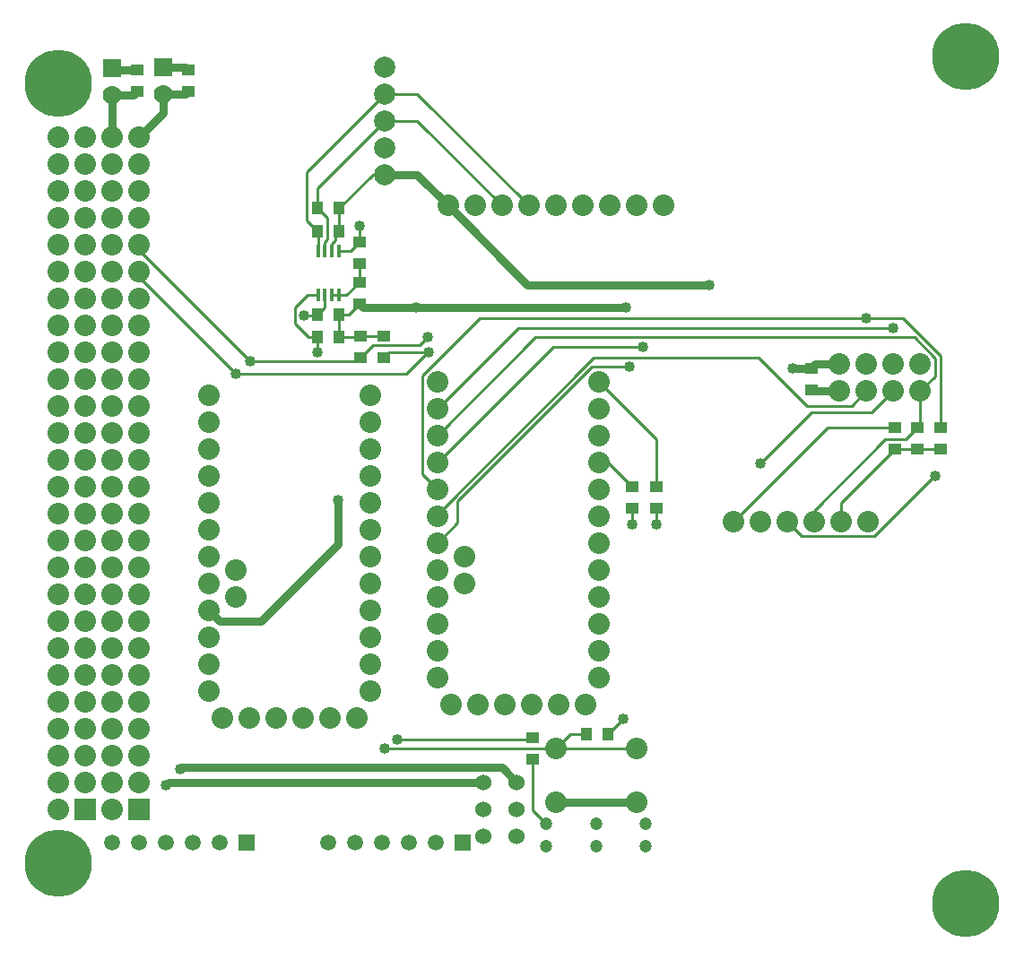
<source format=gtl>
G04 Layer_Physical_Order=1*
G04 Layer_Color=255*
%FSLAX25Y25*%
%MOIN*%
G70*
G01*
G75*
%ADD10R,0.05000X0.04000*%
%ADD11R,0.04000X0.05000*%
%ADD12O,0.01575X0.05118*%
%ADD13C,0.01000*%
%ADD14C,0.03000*%
%ADD15C,0.08000*%
%ADD16C,0.07874*%
%ADD17C,0.05906*%
%ADD18R,0.05906X0.05906*%
%ADD19C,0.07000*%
%ADD20R,0.07000X0.07000*%
%ADD21C,0.06000*%
%ADD22C,0.04724*%
%ADD23R,0.08000X0.08000*%
%ADD24C,0.25000*%
%ADD25C,0.04000*%
D10*
X-181000Y81500D02*
D03*
Y73500D02*
D03*
X-144000Y175000D02*
D03*
Y167000D02*
D03*
X-135000Y175000D02*
D03*
Y167000D02*
D03*
X-309000Y322000D02*
D03*
Y330000D02*
D03*
X-328000Y322000D02*
D03*
Y330000D02*
D03*
X-245500Y258000D02*
D03*
Y266000D02*
D03*
Y251000D02*
D03*
Y243000D02*
D03*
X-29500Y197000D02*
D03*
Y189000D02*
D03*
X-38000Y197000D02*
D03*
Y189000D02*
D03*
X-46500Y197000D02*
D03*
Y189000D02*
D03*
X-77500Y211000D02*
D03*
Y219000D02*
D03*
X-236500Y231000D02*
D03*
Y223000D02*
D03*
X-245000Y231000D02*
D03*
Y223000D02*
D03*
D11*
X-161000Y83000D02*
D03*
X-153000D02*
D03*
X-261000Y270000D02*
D03*
X-253000D02*
D03*
X-261000Y278500D02*
D03*
X-253000D02*
D03*
Y239000D02*
D03*
X-261000D02*
D03*
X-253000Y230500D02*
D03*
X-261000D02*
D03*
D12*
X-260839Y246232D02*
D03*
Y262768D02*
D03*
X-258279D02*
D03*
X-253161Y246232D02*
D03*
X-258279D02*
D03*
X-255720D02*
D03*
Y262768D02*
D03*
X-253161D02*
D03*
D13*
X-255720Y246232D02*
X-253161D01*
X-261500Y238500D02*
X-261000Y239000D01*
X-266000Y238500D02*
X-261500D01*
X-223000Y227500D02*
X-220000Y230500D01*
X-240500Y227500D02*
X-223000D01*
X-220000Y225000D02*
X-219722D01*
X-234500D02*
X-220000D01*
X-236500Y223000D02*
X-234500Y225000D01*
X-245000Y223000D02*
X-240500Y227500D01*
X-246500Y221500D02*
X-245000Y223000D01*
X-286000Y221500D02*
X-246500D01*
X-245000Y231000D02*
X-240500D01*
X-253000Y230500D02*
X-246000D01*
X-291500Y217000D02*
X-228000D01*
X-240500Y231000D02*
X-236500D01*
X-327500Y42500D02*
X-326500D01*
X-236000Y321000D02*
X-224000D01*
X-182500Y279500D01*
X-236000Y311000D02*
X-224000D01*
X-192500Y279500D01*
X-48000Y210500D02*
X-47000D01*
X-37000D02*
X-31500Y216000D01*
Y222778D01*
X-222000Y179500D02*
X-216500Y174000D01*
X-222000Y179500D02*
Y216278D01*
X-216500Y154000D02*
X-209000Y161500D01*
Y169500D01*
X-216500Y164000D02*
Y164828D01*
X-62500Y205000D02*
X-57000Y210500D01*
X-209000Y169500D02*
X-159000Y219500D01*
X-145000D01*
X-216500Y164828D02*
X-158328Y223000D01*
X-216500Y194000D02*
X-180000Y230500D01*
X-173500Y227000D02*
X-140000D01*
X-216500Y184000D02*
X-173500Y227000D01*
X-158328Y223000D02*
X-97000D01*
X-79000Y205000D01*
X-62500D01*
X-222000Y216278D02*
X-200778Y237500D01*
X-216500Y204000D02*
X-186500Y234000D01*
X-39222Y230500D02*
X-31500Y222778D01*
X-253000Y270000D02*
Y278500D01*
X-260839Y262768D02*
Y269839D01*
X-261000Y270000D02*
X-260839Y269839D01*
X-254500Y268500D02*
X-253000Y270000D01*
X-254500Y266500D02*
Y268500D01*
X-255720Y265280D02*
X-254500Y266500D01*
X-255720Y262768D02*
Y265280D01*
X-258279Y262768D02*
Y266099D01*
X-257500Y266879D01*
Y275000D01*
X-261000Y278500D02*
X-257500Y275000D01*
X-261000Y278500D02*
Y286000D01*
X-236000Y311000D01*
X-265000Y292000D02*
X-236000Y321000D01*
X-265000Y274000D02*
X-261000Y270000D01*
X-265000Y274000D02*
Y292000D01*
X-253000Y230500D02*
Y239000D01*
X-249500D01*
X-245500Y243000D01*
X-253161Y246232D02*
X-250268D01*
X-245500Y251000D01*
Y258000D01*
X-248732Y262768D02*
X-245500Y266000D01*
X-253161Y262768D02*
X-248732D01*
X-240500Y291000D02*
X-236000D01*
X-253000Y278500D02*
X-240500Y291000D01*
X-245500Y266000D02*
Y272000D01*
X-264768Y246232D02*
X-260839D01*
X-269500Y241500D02*
X-264768Y246232D01*
X-269500Y235500D02*
Y241500D01*
Y235500D02*
X-264500Y230500D01*
X-261000D01*
Y225000D02*
Y230500D01*
Y239000D02*
X-258279Y241721D01*
Y246232D01*
X-43393Y237500D02*
X-29500Y223607D01*
Y197000D02*
Y223607D01*
X-37000Y198000D02*
Y210500D01*
X-38000Y197000D02*
X-37000Y198000D01*
X-71500Y197000D02*
X-46500D01*
X-106500Y162000D02*
X-71500Y197000D01*
X-66500Y162000D02*
Y169000D01*
X-46500Y189000D01*
X-38000D01*
X-29500D01*
X-228000Y217000D02*
X-220000Y225000D01*
X-327500Y263000D02*
X-286000Y221500D01*
X-327500Y253000D02*
X-291500Y217000D01*
X-236000Y77500D02*
X-172500D01*
X-142500D01*
X-231500Y81000D02*
X-181000D01*
Y54500D02*
X-176000Y49500D01*
X-181000Y54500D02*
Y73500D01*
X-172500Y77500D02*
X-167000Y83000D01*
X-161000D01*
X-153000D02*
X-147500Y88500D01*
X-42500Y192500D02*
X-38000Y197000D01*
X-50000Y192500D02*
X-42500D01*
X-76500Y166000D02*
X-50000Y192500D01*
X-76500Y162000D02*
Y166000D01*
X-96500Y183500D02*
X-77500Y202500D01*
X-55000D01*
X-47000Y210500D01*
X-54222Y156500D02*
X-31500Y179222D01*
X-81000Y156500D02*
X-54222D01*
X-86500Y162000D02*
X-81000Y156500D01*
X-156500Y214000D02*
X-135000Y192500D01*
Y175000D02*
Y192500D01*
X-156500Y184000D02*
X-153000D01*
X-144000Y175000D01*
Y161000D02*
Y167000D01*
X-135000Y161000D02*
Y167000D01*
X-57000Y237500D02*
X-43393D01*
X-200778D02*
X-57000D01*
X-180000Y230500D02*
X-39222D01*
X-186500Y234000D02*
X-47000D01*
D14*
X-236000Y291000D02*
X-224000D01*
X-212500Y279500D01*
X-77000Y210500D02*
X-67000D01*
X-77500Y211000D02*
X-77000Y210500D01*
X-76000Y220500D02*
X-67000D01*
X-77500Y219000D02*
X-76000Y220500D01*
X-84500Y219000D02*
X-77500D01*
X-337500Y305000D02*
Y320500D01*
X-337500Y320500D02*
X-329500D01*
X-328000Y322000D01*
X-337000Y330000D02*
X-328000D01*
X-337500Y330500D02*
X-337000Y330000D01*
X-318500Y331000D02*
X-310000D01*
X-310000Y321000D02*
X-309000Y322000D01*
X-318500Y321000D02*
X-310000D01*
X-318500Y314000D02*
Y321000D01*
X-327500Y305000D02*
X-318500Y314000D01*
X-312000Y70000D02*
X-311500Y70500D01*
X-192500D01*
X-187000Y65000D01*
X-316500D02*
X-199500D01*
X-317500Y64000D02*
X-316500Y65000D01*
X-172500Y57500D02*
X-142500D01*
X-212500Y279500D02*
X-183000Y250000D01*
X-115500D01*
X-245500Y243000D02*
X-244000Y241500D01*
X-224500D01*
X-146500D01*
X-253500Y153500D02*
Y170000D01*
X-282000Y125000D02*
X-253500Y153500D01*
X-297500Y125000D02*
X-282000D01*
X-301500Y129000D02*
X-297500Y125000D01*
D15*
X-67000Y210500D02*
D03*
Y220500D02*
D03*
X-57000D02*
D03*
Y210500D02*
D03*
X-47000D02*
D03*
Y220500D02*
D03*
X-37000Y210500D02*
D03*
Y220500D02*
D03*
X-106500Y162000D02*
D03*
X-96500D02*
D03*
X-86500D02*
D03*
X-76500D02*
D03*
X-56500D02*
D03*
X-66500D02*
D03*
X-212500Y279500D02*
D03*
X-192500D02*
D03*
X-202500D02*
D03*
X-142500D02*
D03*
X-132500D02*
D03*
X-172500D02*
D03*
X-182500D02*
D03*
X-152500D02*
D03*
X-162500D02*
D03*
X-301500Y109000D02*
D03*
Y99000D02*
D03*
Y119000D02*
D03*
X-296500Y89000D02*
D03*
X-301500Y129000D02*
D03*
X-291500Y134000D02*
D03*
X-301500Y139000D02*
D03*
Y159000D02*
D03*
Y149000D02*
D03*
Y179000D02*
D03*
Y169000D02*
D03*
Y189000D02*
D03*
X-291500Y144000D02*
D03*
X-301500Y199000D02*
D03*
Y209000D02*
D03*
X-286500Y89000D02*
D03*
X-276500D02*
D03*
X-266500D02*
D03*
X-256500D02*
D03*
X-246500D02*
D03*
X-241500Y99000D02*
D03*
Y109000D02*
D03*
Y179000D02*
D03*
Y169000D02*
D03*
Y209000D02*
D03*
Y189000D02*
D03*
Y199000D02*
D03*
Y129000D02*
D03*
Y119000D02*
D03*
Y159000D02*
D03*
Y139000D02*
D03*
Y149000D02*
D03*
X-216500Y114000D02*
D03*
Y104000D02*
D03*
Y124000D02*
D03*
X-211500Y94000D02*
D03*
X-216500Y134000D02*
D03*
X-206500Y139000D02*
D03*
X-216500Y144000D02*
D03*
Y164000D02*
D03*
Y154000D02*
D03*
Y184000D02*
D03*
Y174000D02*
D03*
Y194000D02*
D03*
X-206500Y149000D02*
D03*
X-216500Y204000D02*
D03*
Y214000D02*
D03*
X-201500Y94000D02*
D03*
X-191500D02*
D03*
X-181500D02*
D03*
X-171500D02*
D03*
X-161500D02*
D03*
X-156500Y104000D02*
D03*
Y114000D02*
D03*
Y184000D02*
D03*
Y174000D02*
D03*
Y214000D02*
D03*
Y194000D02*
D03*
Y204000D02*
D03*
Y134000D02*
D03*
Y124000D02*
D03*
Y164000D02*
D03*
Y144000D02*
D03*
Y154000D02*
D03*
X-142500Y77500D02*
D03*
Y57500D02*
D03*
X-172500Y77500D02*
D03*
Y57500D02*
D03*
X-357500Y125000D02*
D03*
Y105000D02*
D03*
Y115000D02*
D03*
Y155000D02*
D03*
Y165000D02*
D03*
Y135000D02*
D03*
Y145000D02*
D03*
Y65000D02*
D03*
Y55000D02*
D03*
Y95000D02*
D03*
Y75000D02*
D03*
Y85000D02*
D03*
Y195000D02*
D03*
Y175000D02*
D03*
Y185000D02*
D03*
Y225000D02*
D03*
Y235000D02*
D03*
Y205000D02*
D03*
Y215000D02*
D03*
Y265000D02*
D03*
Y275000D02*
D03*
Y245000D02*
D03*
Y255000D02*
D03*
Y285000D02*
D03*
Y295000D02*
D03*
Y305000D02*
D03*
X-347500Y85000D02*
D03*
Y95000D02*
D03*
Y65000D02*
D03*
Y75000D02*
D03*
Y125000D02*
D03*
Y135000D02*
D03*
Y105000D02*
D03*
Y115000D02*
D03*
Y165000D02*
D03*
Y175000D02*
D03*
Y145000D02*
D03*
Y155000D02*
D03*
Y215000D02*
D03*
Y185000D02*
D03*
Y195000D02*
D03*
Y235000D02*
D03*
Y225000D02*
D03*
Y255000D02*
D03*
Y265000D02*
D03*
Y205000D02*
D03*
Y245000D02*
D03*
Y295000D02*
D03*
Y305000D02*
D03*
Y275000D02*
D03*
Y285000D02*
D03*
X-337500Y125000D02*
D03*
Y105000D02*
D03*
Y115000D02*
D03*
Y155000D02*
D03*
Y165000D02*
D03*
Y135000D02*
D03*
Y145000D02*
D03*
Y65000D02*
D03*
Y55000D02*
D03*
Y95000D02*
D03*
Y75000D02*
D03*
Y85000D02*
D03*
Y195000D02*
D03*
Y175000D02*
D03*
Y185000D02*
D03*
Y225000D02*
D03*
Y235000D02*
D03*
Y205000D02*
D03*
Y215000D02*
D03*
Y265000D02*
D03*
Y275000D02*
D03*
Y245000D02*
D03*
Y255000D02*
D03*
Y285000D02*
D03*
Y295000D02*
D03*
Y305000D02*
D03*
X-327500Y85000D02*
D03*
Y95000D02*
D03*
Y65000D02*
D03*
Y75000D02*
D03*
Y125000D02*
D03*
Y135000D02*
D03*
Y105000D02*
D03*
Y115000D02*
D03*
Y165000D02*
D03*
Y175000D02*
D03*
Y145000D02*
D03*
Y155000D02*
D03*
Y215000D02*
D03*
Y185000D02*
D03*
Y195000D02*
D03*
Y235000D02*
D03*
Y225000D02*
D03*
Y255000D02*
D03*
Y265000D02*
D03*
Y205000D02*
D03*
Y245000D02*
D03*
Y295000D02*
D03*
Y305000D02*
D03*
Y275000D02*
D03*
Y285000D02*
D03*
D16*
X-236000Y311000D02*
D03*
Y291000D02*
D03*
Y331000D02*
D03*
Y301000D02*
D03*
Y321000D02*
D03*
D17*
X-257000Y42500D02*
D03*
X-247000D02*
D03*
X-237000D02*
D03*
X-217000D02*
D03*
X-227000D02*
D03*
X-337500D02*
D03*
X-327500D02*
D03*
X-317500D02*
D03*
X-297500D02*
D03*
X-307500D02*
D03*
D18*
X-207000D02*
D03*
X-287500D02*
D03*
D19*
X-337500Y320500D02*
D03*
X-318500Y321000D02*
D03*
D20*
X-337500Y330500D02*
D03*
X-318500Y331000D02*
D03*
D21*
X-187000Y65000D02*
D03*
Y55000D02*
D03*
Y45000D02*
D03*
X-199500Y65000D02*
D03*
Y55000D02*
D03*
Y45000D02*
D03*
D22*
X-139000Y41232D02*
D03*
Y49500D02*
D03*
X-157500Y41232D02*
D03*
Y49500D02*
D03*
X-176000Y41232D02*
D03*
Y49500D02*
D03*
D23*
X-347500Y55000D02*
D03*
X-327500D02*
D03*
D24*
X-20000Y20000D02*
D03*
Y335000D02*
D03*
X-357500Y325000D02*
D03*
Y35000D02*
D03*
D25*
Y44500D02*
D03*
Y25500D02*
D03*
X-365500Y40000D02*
D03*
Y30000D02*
D03*
X-349500Y40000D02*
D03*
Y30000D02*
D03*
X-12000Y15000D02*
D03*
Y25000D02*
D03*
X-28000Y15000D02*
D03*
Y25000D02*
D03*
X-20000Y10500D02*
D03*
Y29500D02*
D03*
X-349500Y320000D02*
D03*
Y330000D02*
D03*
X-365500Y320000D02*
D03*
Y330000D02*
D03*
X-357500Y315500D02*
D03*
Y334500D02*
D03*
X-12000Y330000D02*
D03*
Y340000D02*
D03*
X-28000Y330000D02*
D03*
Y340000D02*
D03*
X-20000Y325500D02*
D03*
Y344500D02*
D03*
X-145000Y219500D02*
D03*
X-140000Y227000D02*
D03*
X-47000Y234000D02*
D03*
X-84500Y219000D02*
D03*
X-245500Y272000D02*
D03*
X-266000Y238500D02*
D03*
X-261000Y225000D02*
D03*
X-286000Y221500D02*
D03*
X-291500Y217000D02*
D03*
X-219722Y225000D02*
D03*
X-220000Y230500D02*
D03*
X-312000Y70000D02*
D03*
X-317500Y64000D02*
D03*
X-236000Y77500D02*
D03*
X-231500Y81000D02*
D03*
X-147500Y88500D02*
D03*
X-96500Y183500D02*
D03*
X-31500Y179000D02*
D03*
X-144000Y161000D02*
D03*
X-135000D02*
D03*
X-57000Y237500D02*
D03*
X-115500Y250000D02*
D03*
X-146500Y241500D02*
D03*
X-224500D02*
D03*
X-253500Y170000D02*
D03*
M02*

</source>
